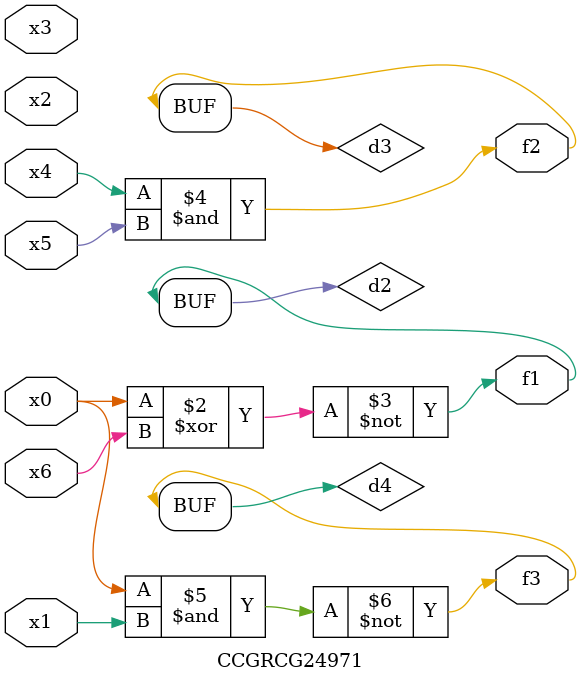
<source format=v>
module CCGRCG24971(
	input x0, x1, x2, x3, x4, x5, x6,
	output f1, f2, f3
);

	wire d1, d2, d3, d4;

	nor (d1, x0);
	xnor (d2, x0, x6);
	and (d3, x4, x5);
	nand (d4, x0, x1);
	assign f1 = d2;
	assign f2 = d3;
	assign f3 = d4;
endmodule

</source>
